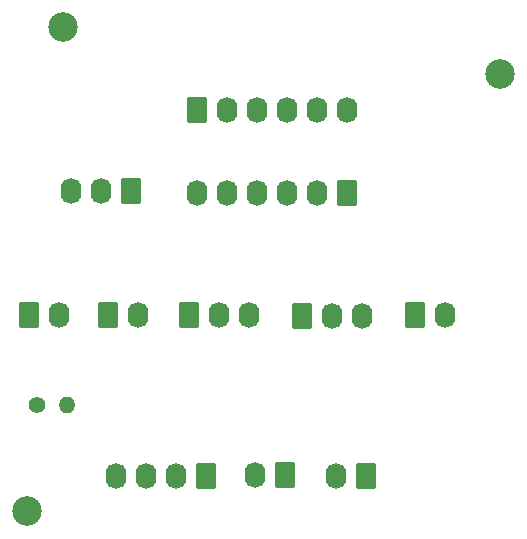
<source format=gbr>
G04 #@! TF.GenerationSoftware,KiCad,Pcbnew,(6.0.7-1)-1*
G04 #@! TF.CreationDate,2023-10-30T20:06:15+10:00*
G04 #@! TF.ProjectId,CONTROLLER_Radar Altimeter,434f4e54-524f-44c4-9c45-525f52616461,1*
G04 #@! TF.SameCoordinates,Original*
G04 #@! TF.FileFunction,Soldermask,Top*
G04 #@! TF.FilePolarity,Negative*
%FSLAX46Y46*%
G04 Gerber Fmt 4.6, Leading zero omitted, Abs format (unit mm)*
G04 Created by KiCad (PCBNEW (6.0.7-1)-1) date 2023-10-30 20:06:15*
%MOMM*%
%LPD*%
G01*
G04 APERTURE LIST*
G04 Aperture macros list*
%AMRoundRect*
0 Rectangle with rounded corners*
0 $1 Rounding radius*
0 $2 $3 $4 $5 $6 $7 $8 $9 X,Y pos of 4 corners*
0 Add a 4 corners polygon primitive as box body*
4,1,4,$2,$3,$4,$5,$6,$7,$8,$9,$2,$3,0*
0 Add four circle primitives for the rounded corners*
1,1,$1+$1,$2,$3*
1,1,$1+$1,$4,$5*
1,1,$1+$1,$6,$7*
1,1,$1+$1,$8,$9*
0 Add four rect primitives between the rounded corners*
20,1,$1+$1,$2,$3,$4,$5,0*
20,1,$1+$1,$4,$5,$6,$7,0*
20,1,$1+$1,$6,$7,$8,$9,0*
20,1,$1+$1,$8,$9,$2,$3,0*%
G04 Aperture macros list end*
%ADD10C,2.500000*%
%ADD11RoundRect,0.250000X-0.620000X-0.845000X0.620000X-0.845000X0.620000X0.845000X-0.620000X0.845000X0*%
%ADD12O,1.740000X2.190000*%
%ADD13C,1.400000*%
%ADD14O,1.400000X1.400000*%
%ADD15RoundRect,0.250000X0.620000X0.845000X-0.620000X0.845000X-0.620000X-0.845000X0.620000X-0.845000X0*%
G04 APERTURE END LIST*
D10*
X34810000Y-50810000D03*
X31810000Y-91810000D03*
X71810000Y-54810000D03*
D11*
X64660000Y-75210000D03*
D12*
X67200000Y-75210000D03*
D11*
X31990000Y-75210000D03*
D12*
X34530000Y-75210000D03*
D11*
X45520000Y-75210000D03*
D12*
X48060000Y-75210000D03*
X50600000Y-75210000D03*
D11*
X46160000Y-57830000D03*
D12*
X48700000Y-57830000D03*
X51240000Y-57830000D03*
X53780000Y-57830000D03*
X56320000Y-57830000D03*
X58860000Y-57830000D03*
D13*
X32660000Y-82810000D03*
D14*
X35200000Y-82810000D03*
D11*
X55070000Y-75230000D03*
D12*
X57610000Y-75230000D03*
X60150000Y-75230000D03*
D11*
X38610000Y-75210000D03*
D12*
X41150000Y-75210000D03*
D15*
X46900000Y-88810000D03*
D12*
X44360000Y-88810000D03*
X41820000Y-88810000D03*
X39280000Y-88810000D03*
D15*
X53610000Y-88760000D03*
D12*
X51070000Y-88760000D03*
D15*
X58860000Y-64830000D03*
D12*
X56320000Y-64830000D03*
X53780000Y-64830000D03*
X51240000Y-64830000D03*
X48700000Y-64830000D03*
X46160000Y-64830000D03*
D15*
X40600000Y-64680000D03*
D12*
X38060000Y-64680000D03*
X35520000Y-64680000D03*
D15*
X60490000Y-88790000D03*
D12*
X57950000Y-88790000D03*
M02*

</source>
